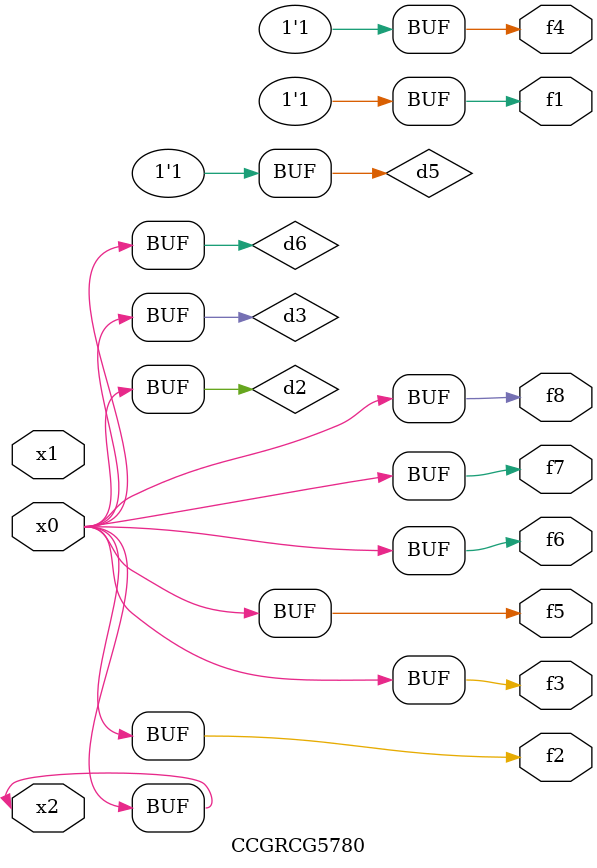
<source format=v>
module CCGRCG5780(
	input x0, x1, x2,
	output f1, f2, f3, f4, f5, f6, f7, f8
);

	wire d1, d2, d3, d4, d5, d6;

	xnor (d1, x2);
	buf (d2, x0, x2);
	and (d3, x0);
	xnor (d4, x1, x2);
	nand (d5, d1, d3);
	buf (d6, d2, d3);
	assign f1 = d5;
	assign f2 = d6;
	assign f3 = d6;
	assign f4 = d5;
	assign f5 = d6;
	assign f6 = d6;
	assign f7 = d6;
	assign f8 = d6;
endmodule

</source>
